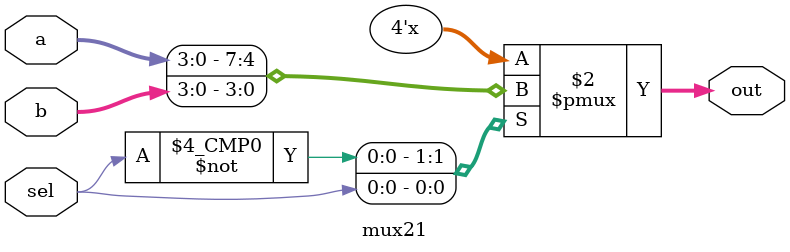
<source format=sv>
module mux21(input[3:0] a,b,input sel, output logic [3:0] out);

	always_comb begin
		case(sel)
			1'b0:out=a;
			1'b1:out=b;
			default:out=a;
		endcase
	end

endmodule 
</source>
